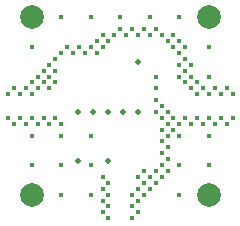
<source format=gbr>
%TF.GenerationSoftware,KiCad,Pcbnew,6.0.9+dfsg-1~bpo11+1*%
%TF.CreationDate,2022-11-06T17:08:36+01:00*%
%TF.ProjectId,mixer,6d697865-722e-46b6-9963-61645f706362,2*%
%TF.SameCoordinates,Original*%
%TF.FileFunction,Plated,1,2,PTH,Drill*%
%TF.FilePolarity,Positive*%
%FSLAX46Y46*%
G04 Gerber Fmt 4.6, Leading zero omitted, Abs format (unit mm)*
G04 Created by KiCad (PCBNEW 6.0.9+dfsg-1~bpo11+1) date 2022-11-06 17:08:36*
%MOMM*%
%LPD*%
G01*
G04 APERTURE LIST*
%TA.AperFunction,ViaDrill*%
%ADD10C,0.400000*%
%TD*%
%TA.AperFunction,ComponentDrill*%
%ADD11C,0.400000*%
%TD*%
%TA.AperFunction,ComponentDrill*%
%ADD12C,0.508000*%
%TD*%
%TA.AperFunction,ComponentDrill*%
%ADD13C,2.000000*%
%TD*%
G04 APERTURE END LIST*
D10*
X140000000Y-72500000D03*
X140000000Y-75500000D03*
X140000000Y-80000000D03*
X140000000Y-82500000D03*
X140500000Y-75000000D03*
X140500000Y-76000000D03*
X140500000Y-79000000D03*
X141000000Y-74500000D03*
X141000000Y-75500000D03*
X141000000Y-78500000D03*
X141500000Y-74000000D03*
X141500000Y-75000000D03*
X141500000Y-76000000D03*
X141500000Y-79000000D03*
X142000000Y-73500000D03*
X142000000Y-74500000D03*
X142000000Y-75500000D03*
X142000000Y-78500000D03*
X142500000Y-70000000D03*
X142500000Y-73000000D03*
X142500000Y-79000000D03*
X142500000Y-80000000D03*
X142500000Y-82500000D03*
X142500000Y-85000000D03*
X143000000Y-72500000D03*
X143500000Y-73000000D03*
X144000000Y-72500000D03*
X144500000Y-73000000D03*
X145000000Y-70000000D03*
X145000000Y-72500000D03*
X145000000Y-80000000D03*
X145000000Y-82500000D03*
X145000000Y-85000000D03*
X145500000Y-72000000D03*
X145500000Y-73000000D03*
X146000000Y-71500000D03*
X146000000Y-72500000D03*
X146000000Y-83500000D03*
X146000000Y-84500000D03*
X146500000Y-72000000D03*
X146500000Y-84000000D03*
X147000000Y-71500000D03*
X147500000Y-70000000D03*
X147500000Y-71000000D03*
X148000000Y-71500000D03*
X148500000Y-71000000D03*
X149000000Y-71500000D03*
X149000000Y-83500000D03*
X149000000Y-84500000D03*
X149500000Y-71000000D03*
X149500000Y-83000000D03*
X149500000Y-84000000D03*
X149500000Y-85000000D03*
X150000000Y-70000000D03*
X150000000Y-71500000D03*
X150000000Y-83500000D03*
X150000000Y-84500000D03*
X150500000Y-71000000D03*
X150500000Y-75000000D03*
X150500000Y-76000000D03*
X150500000Y-77000000D03*
X150500000Y-78000000D03*
X150500000Y-83000000D03*
X150500000Y-84000000D03*
X151000000Y-71500000D03*
X151000000Y-77500000D03*
X151000000Y-78500000D03*
X151000000Y-79500000D03*
X151000000Y-80500000D03*
X151000000Y-81500000D03*
X151000000Y-82500000D03*
X151000000Y-83500000D03*
X151500000Y-72000000D03*
X151500000Y-78000000D03*
X151500000Y-79000000D03*
X151500000Y-80000000D03*
X151500000Y-81000000D03*
X151500000Y-82000000D03*
X151500000Y-83000000D03*
X152000000Y-71500000D03*
X152000000Y-72500000D03*
X152000000Y-78500000D03*
X152000000Y-79500000D03*
X152500000Y-70000000D03*
X152500000Y-72000000D03*
X152500000Y-73000000D03*
X152500000Y-74000000D03*
X152500000Y-75000000D03*
X152500000Y-79000000D03*
X152500000Y-80000000D03*
X152500000Y-82500000D03*
X152500000Y-85000000D03*
X153000000Y-72500000D03*
X153000000Y-73500000D03*
X153000000Y-74500000D03*
X153000000Y-75500000D03*
X153000000Y-78500000D03*
X153500000Y-74000000D03*
X153500000Y-75000000D03*
X153500000Y-76000000D03*
X153500000Y-79000000D03*
X154000000Y-75500000D03*
X154000000Y-76500000D03*
X154000000Y-78500000D03*
X154500000Y-76000000D03*
X154500000Y-79000000D03*
X155000000Y-72500000D03*
X155000000Y-75000000D03*
X155000000Y-80000000D03*
X155000000Y-82500000D03*
D11*
%TO.C,J1*%
X138000000Y-76500000D03*
X138000000Y-78500000D03*
X138500000Y-76000000D03*
X138500000Y-79000000D03*
X139000000Y-76500000D03*
X139000000Y-78500000D03*
X139500000Y-76000000D03*
X139500000Y-79000000D03*
X140000000Y-76500000D03*
X140000000Y-78500000D03*
%TO.C,J2*%
X146000000Y-85500000D03*
X146000000Y-86500000D03*
X146500000Y-85000000D03*
X146500000Y-86000000D03*
X146500000Y-87000000D03*
X148500000Y-85000000D03*
X148500000Y-86000000D03*
X148500000Y-87000000D03*
X149000000Y-85500000D03*
X149000000Y-86500000D03*
%TO.C,J3*%
X155000000Y-76500000D03*
X155000000Y-78500000D03*
X155500000Y-76000000D03*
X155500000Y-79000000D03*
X156000000Y-76500000D03*
X156000000Y-78500000D03*
X156500000Y-76000000D03*
X156500000Y-79000000D03*
X157000000Y-76500000D03*
X157000000Y-78500000D03*
D12*
%TO.C,U1*%
X143960000Y-78000000D03*
X143960000Y-82191000D03*
X145230000Y-78000000D03*
X146500000Y-78000000D03*
X146500000Y-82191000D03*
X147770000Y-78000000D03*
X149040000Y-73809000D03*
X149040000Y-78000000D03*
D13*
%TO.C,H3*%
X140000000Y-70000000D03*
%TO.C,H4*%
X140000000Y-85000000D03*
%TO.C,H2*%
X155000000Y-70000000D03*
%TO.C,H1*%
X155000000Y-85000000D03*
M02*

</source>
